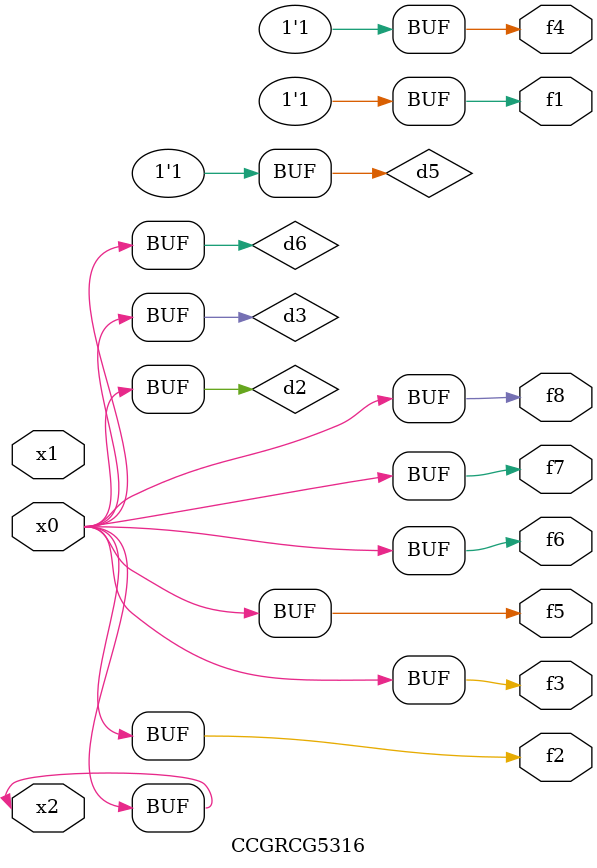
<source format=v>
module CCGRCG5316(
	input x0, x1, x2,
	output f1, f2, f3, f4, f5, f6, f7, f8
);

	wire d1, d2, d3, d4, d5, d6;

	xnor (d1, x2);
	buf (d2, x0, x2);
	and (d3, x0);
	xnor (d4, x1, x2);
	nand (d5, d1, d3);
	buf (d6, d2, d3);
	assign f1 = d5;
	assign f2 = d6;
	assign f3 = d6;
	assign f4 = d5;
	assign f5 = d6;
	assign f6 = d6;
	assign f7 = d6;
	assign f8 = d6;
endmodule

</source>
